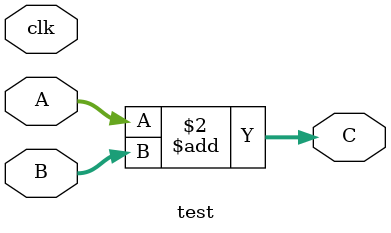
<source format=v>
module skel();
   reg [15:0] A;
   reg [15:0] B;
   wire [15:0] C;
   reg clk;
   
   //wire [15:0] C;
   //test t( .A(16'h0), .B(16'h0), .C(), .clk(clk));
   test t( A, B, C, clk );

   // initial begin
   //    $load_veriepy_script;
   // end
endmodule

module test(
            A,
            B,
            C,
            clk);
   
   input [15:0] A;
   input [15:0] B;
   output [15:0] C;
   input        clk;
   
   reg [15:0]    C;
   always @(A or B) begin
      C <= A + B;
   end

   always @(posedge clk)
     $display($time, ": clk posedge");
endmodule


/*
module top;
   reg [15:0] A;
   reg [15:0] B;
   wire [15:0] C;
   reg        clk;
   
   test t( .A(A), .B(B), .C(C), .clk(clk) );
   //test t( .* );

   integer    i;

   initial begin
      clk = 0;
      A = 0; B = 0;

      #100;
      A <= 1; B <= 0;

      #100;
      A = 10; B = 20;

      #100;
      A = 100; B = 300;

      #100;
      $finish;
   end
   
   always #20 clk = ~clk;

   always @(C) 
     $display($time, ": A=%0d, B=%0d, C=%0d",A,B,C);

endmodule

module hoge();
   initial begin
      $display("hello, test.v");
   end
endmodule

     
*/	
</source>
